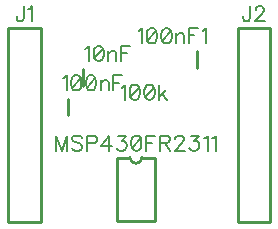
<source format=gto>
G04 DipTrace 2.4.0.2*
%INTopSilk.gto*%
%MOIN*%
%ADD10C,0.0098*%
%ADD32C,0.0077*%
%FSLAX44Y44*%
G04*
G70*
G90*
G75*
G01*
%LNTopSilk*%
%LPD*%
X6059Y7640D2*
D10*
Y8191D1*
X10366Y9760D2*
Y9209D1*
X6561Y8624D2*
Y9175D1*
X5147Y10531D2*
X4064D1*
Y4074D1*
X5147D1*
Y10531D1*
X11718Y4074D2*
X12801D1*
Y10531D1*
X11718D1*
Y4074D1*
X7694Y6226D2*
Y4100D1*
X8954Y6226D2*
Y4100D1*
X7694D2*
X8954D1*
X7694Y6226D2*
X8127D1*
X8521D2*
X8954D1*
X8127D2*
G03X8521Y6226I197J0D01*
G01*
X7845Y8558D2*
D32*
X7893Y8582D1*
X7965Y8653D1*
Y8152D1*
X8263Y8653D2*
X8191Y8630D1*
X8143Y8558D1*
X8120Y8438D1*
Y8367D1*
X8143Y8247D1*
X8191Y8175D1*
X8263Y8152D1*
X8311D1*
X8383Y8175D1*
X8430Y8247D1*
X8454Y8367D1*
Y8438D1*
X8430Y8558D1*
X8383Y8630D1*
X8311Y8653D1*
X8263D1*
X8430Y8558D2*
X8143Y8247D1*
X8753Y8653D2*
X8681Y8630D1*
X8633Y8558D1*
X8609Y8438D1*
Y8367D1*
X8633Y8247D1*
X8681Y8175D1*
X8753Y8152D1*
X8800D1*
X8872Y8175D1*
X8919Y8247D1*
X8944Y8367D1*
Y8438D1*
X8919Y8558D1*
X8872Y8630D1*
X8800Y8653D1*
X8753D1*
X8919Y8558D2*
X8633Y8247D1*
X9098Y8654D2*
Y8152D1*
X9338Y8486D2*
X9098Y8247D1*
X9194Y8343D2*
X9361Y8152D1*
X5895Y8867D2*
X5943Y8891D1*
X6015Y8962D1*
Y8460D1*
X6313Y8962D2*
X6241Y8938D1*
X6193Y8867D1*
X6169Y8747D1*
Y8675D1*
X6193Y8556D1*
X6241Y8484D1*
X6313Y8460D1*
X6360D1*
X6432Y8484D1*
X6480Y8556D1*
X6504Y8675D1*
Y8747D1*
X6480Y8867D1*
X6432Y8938D1*
X6360Y8962D1*
X6313D1*
X6480Y8867D2*
X6193Y8556D1*
X6802Y8962D2*
X6730Y8938D1*
X6682Y8867D1*
X6658Y8747D1*
Y8675D1*
X6682Y8556D1*
X6730Y8484D1*
X6802Y8460D1*
X6850D1*
X6921Y8484D1*
X6969Y8556D1*
X6993Y8675D1*
Y8747D1*
X6969Y8867D1*
X6921Y8938D1*
X6850Y8962D1*
X6802D1*
X6969Y8867D2*
X6682Y8556D1*
X7148Y8795D2*
Y8460D1*
Y8700D2*
X7220Y8771D1*
X7268Y8795D1*
X7339D1*
X7387Y8771D1*
X7411Y8700D1*
Y8460D1*
X7876Y8963D2*
X7565D1*
Y8460D1*
Y8723D2*
X7756D1*
X8412Y10436D2*
X8460Y10460D1*
X8532Y10531D1*
Y10029D1*
X8830Y10531D2*
X8758Y10508D1*
X8710Y10436D1*
X8686Y10316D1*
Y10244D1*
X8710Y10125D1*
X8758Y10053D1*
X8830Y10029D1*
X8878D1*
X8949Y10053D1*
X8997Y10125D1*
X9021Y10244D1*
Y10316D1*
X8997Y10436D1*
X8949Y10508D1*
X8878Y10531D1*
X8830D1*
X8997Y10436D2*
X8710Y10125D1*
X9319Y10531D2*
X9248Y10508D1*
X9199Y10436D1*
X9176Y10316D1*
Y10244D1*
X9199Y10125D1*
X9248Y10053D1*
X9319Y10029D1*
X9367D1*
X9439Y10053D1*
X9486Y10125D1*
X9511Y10244D1*
Y10316D1*
X9486Y10436D1*
X9439Y10508D1*
X9367Y10531D1*
X9319D1*
X9486Y10436D2*
X9199Y10125D1*
X9665Y10364D2*
Y10029D1*
Y10269D2*
X9737Y10341D1*
X9785Y10364D1*
X9856D1*
X9904Y10341D1*
X9928Y10269D1*
Y10029D1*
X10394Y10532D2*
X10082D1*
Y10029D1*
Y10293D2*
X10274D1*
X10548Y10436D2*
X10596Y10460D1*
X10668Y10531D1*
Y10029D1*
X6641Y9851D2*
X6689Y9875D1*
X6761Y9946D1*
Y9444D1*
X7059Y9946D2*
X6987Y9922D1*
X6939Y9851D1*
X6916Y9731D1*
Y9659D1*
X6939Y9540D1*
X6987Y9468D1*
X7059Y9444D1*
X7107D1*
X7179Y9468D1*
X7226Y9540D1*
X7250Y9659D1*
Y9731D1*
X7226Y9851D1*
X7179Y9922D1*
X7107Y9946D1*
X7059D1*
X7226Y9851D2*
X6939Y9540D1*
X7405Y9779D2*
Y9444D1*
Y9684D2*
X7477Y9756D1*
X7525Y9779D1*
X7596D1*
X7644Y9756D1*
X7668Y9684D1*
Y9444D1*
X8133Y9947D2*
X7822D1*
Y9444D1*
Y9707D2*
X8014D1*
X4588Y11263D2*
Y10881D1*
X4564Y10809D1*
X4540Y10785D1*
X4493Y10761D1*
X4444D1*
X4397Y10785D1*
X4373Y10809D1*
X4349Y10881D1*
Y10928D1*
X4743Y11167D2*
X4791Y11192D1*
X4862Y11263D1*
Y10761D1*
X12134Y11263D2*
Y10881D1*
X12110Y10809D1*
X12086Y10785D1*
X12039Y10761D1*
X11990D1*
X11943Y10785D1*
X11919Y10809D1*
X11895Y10881D1*
Y10928D1*
X12313Y11143D2*
Y11167D1*
X12337Y11215D1*
X12360Y11239D1*
X12409Y11263D1*
X12504D1*
X12552Y11239D1*
X12575Y11215D1*
X12600Y11167D1*
Y11120D1*
X12575Y11072D1*
X12528Y11000D1*
X12289Y10761D1*
X12624D1*
X6039Y6456D2*
Y6958D1*
X5848Y6456D1*
X5657Y6958D1*
Y6456D1*
X6528Y6886D2*
X6481Y6934D1*
X6409Y6958D1*
X6313D1*
X6242Y6934D1*
X6194Y6886D1*
Y6839D1*
X6218Y6791D1*
X6242Y6767D1*
X6289Y6743D1*
X6433Y6695D1*
X6481Y6671D1*
X6505Y6647D1*
X6528Y6600D1*
Y6528D1*
X6481Y6480D1*
X6409Y6456D1*
X6313D1*
X6242Y6480D1*
X6194Y6528D1*
X6683Y6695D2*
X6898D1*
X6970Y6719D1*
X6994Y6743D1*
X7018Y6791D1*
Y6863D1*
X6994Y6910D1*
X6970Y6934D1*
X6898Y6958D1*
X6683D1*
Y6456D1*
X7411D2*
Y6958D1*
X7172Y6623D1*
X7531D1*
X7733Y6958D2*
X7996D1*
X7853Y6766D1*
X7925D1*
X7972Y6743D1*
X7996Y6719D1*
X8020Y6647D1*
Y6600D1*
X7996Y6528D1*
X7948Y6480D1*
X7877Y6456D1*
X7805D1*
X7733Y6480D1*
X7710Y6504D1*
X7685Y6551D1*
X8318Y6958D2*
X8246Y6934D1*
X8198Y6862D1*
X8175Y6743D1*
Y6671D1*
X8198Y6551D1*
X8246Y6480D1*
X8318Y6456D1*
X8366D1*
X8438Y6480D1*
X8485Y6551D1*
X8510Y6671D1*
Y6743D1*
X8485Y6862D1*
X8438Y6934D1*
X8366Y6958D1*
X8318D1*
X8485Y6862D2*
X8198Y6551D1*
X8975Y6958D2*
X8664D1*
Y6456D1*
Y6719D2*
X8855D1*
X9129D2*
X9344D1*
X9416Y6743D1*
X9441Y6767D1*
X9464Y6815D1*
Y6863D1*
X9441Y6910D1*
X9416Y6934D1*
X9344Y6958D1*
X9129D1*
Y6456D1*
X9297Y6719D2*
X9464Y6456D1*
X9643Y6838D2*
Y6862D1*
X9667Y6910D1*
X9691Y6934D1*
X9739Y6958D1*
X9834D1*
X9882Y6934D1*
X9906Y6910D1*
X9930Y6862D1*
Y6815D1*
X9906Y6766D1*
X9858Y6695D1*
X9619Y6456D1*
X9954D1*
X10156Y6958D2*
X10419D1*
X10276Y6766D1*
X10347D1*
X10395Y6743D1*
X10419Y6719D1*
X10443Y6647D1*
Y6600D1*
X10419Y6528D1*
X10371Y6480D1*
X10299Y6456D1*
X10228D1*
X10156Y6480D1*
X10132Y6504D1*
X10108Y6551D1*
X10597Y6862D2*
X10646Y6886D1*
X10717Y6958D1*
Y6456D1*
X10872Y6862D2*
X10920Y6886D1*
X10992Y6958D1*
Y6456D1*
M02*

</source>
